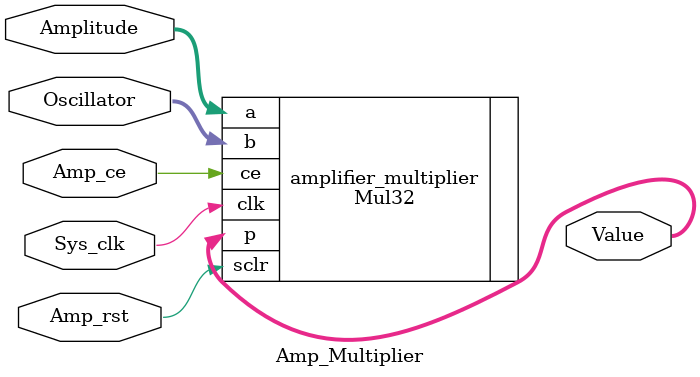
<source format=v>
`timescale 1ns / 1ps
`default_nettype wire
module Amp_Multiplier(
    input Sys_clk,					// input sys clk
	 input Amp_ce,
	 input Amp_rst,
	 input [31:0] Amplitude,			
    input [31:0] Oscillator,
    output wire [63:0] Value
    );	 
	 
	 Mul32 amplifier_multiplier (
	 .clk(Sys_clk), // input clk
	 .a(Amplitude), // input [31 : 0] a
	 .b(Oscillator), // input [31 : 0] b
	 .ce(Amp_ce), // input ce
	 .sclr(Amp_rst), // input sclr
	 .p(Value) // output [63 : 0] p
	 );

endmodule

</source>
